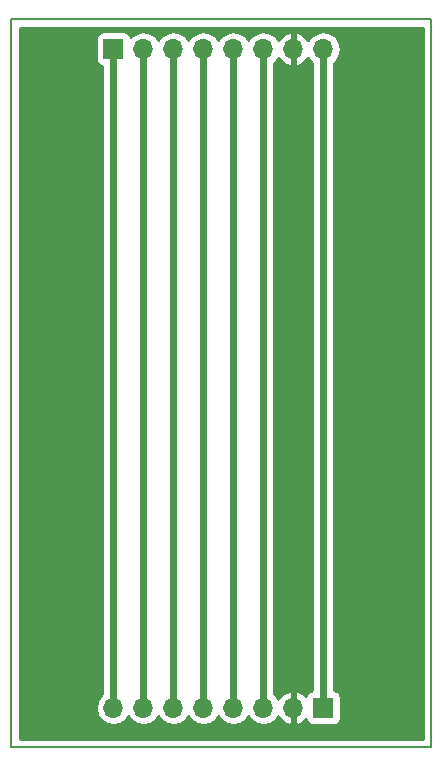
<source format=gbl>
G04 #@! TF.FileFunction,Copper,L2,Bot,Signal*
%FSLAX46Y46*%
G04 Gerber Fmt 4.6, Leading zero omitted, Abs format (unit mm)*
G04 Created by KiCad (PCBNEW 4.0.7) date Wed Nov 28 14:25:24 2018*
%MOMM*%
%LPD*%
G01*
G04 APERTURE LIST*
%ADD10C,0.100000*%
%ADD11C,0.150000*%
%ADD12R,1.700000X1.700000*%
%ADD13O,1.700000X1.700000*%
%ADD14C,0.320000*%
%ADD15C,0.600000*%
%ADD16C,0.254000*%
G04 APERTURE END LIST*
D10*
D11*
X90170000Y-64770000D02*
X90170000Y-126365000D01*
X54610000Y-64770000D02*
X90170000Y-64770000D01*
X54610000Y-126365000D02*
X54610000Y-64770000D01*
X90170000Y-126365000D02*
X54610000Y-126365000D01*
D12*
X81018380Y-123042680D03*
D13*
X78478380Y-123042680D03*
X75938380Y-123042680D03*
X73398380Y-123042680D03*
X70858380Y-123042680D03*
X68318380Y-123042680D03*
X65778380Y-123042680D03*
X63238380Y-123042680D03*
D12*
X63233300Y-67284600D03*
D13*
X65773300Y-67284600D03*
X68313300Y-67284600D03*
X70853300Y-67284600D03*
X73393300Y-67284600D03*
X75933300Y-67284600D03*
X78473300Y-67284600D03*
X81013300Y-67284600D03*
D14*
X81018380Y-123042680D02*
X81018380Y-122942680D01*
D15*
X81013300Y-122937600D02*
X81013300Y-69084600D01*
D14*
X81018380Y-122942680D02*
X81013300Y-122937600D01*
D15*
X81013300Y-69084600D02*
X81013300Y-67284600D01*
X73398380Y-123042680D02*
X73398380Y-67289680D01*
X73398380Y-67289680D02*
X73393300Y-67284600D01*
D14*
X73660000Y-122781060D02*
X73398380Y-123042680D01*
D15*
X75933300Y-67284600D02*
X75933300Y-123037600D01*
X75933300Y-123037600D02*
X75938380Y-123042680D01*
D14*
X76200000Y-67462400D02*
X75938380Y-67724020D01*
X76200000Y-67310000D02*
X76200000Y-67462400D01*
D15*
X68318380Y-123042680D02*
X68318380Y-67289680D01*
X68318380Y-67289680D02*
X68313300Y-67284600D01*
D14*
X68580000Y-122781060D02*
X68318380Y-123042680D01*
D15*
X65773300Y-67284600D02*
X65773300Y-123037600D01*
X65773300Y-123037600D02*
X65778380Y-123042680D01*
D14*
X66040000Y-122781060D02*
X65778380Y-123042680D01*
D15*
X70853300Y-67284600D02*
X70853300Y-123037600D01*
X70853300Y-123037600D02*
X70858380Y-123042680D01*
D14*
X71120000Y-122781060D02*
X70858380Y-123042680D01*
D15*
X63238380Y-69705220D02*
X63233300Y-69700140D01*
X63233300Y-69700140D02*
X63233300Y-67284600D01*
X63238380Y-123042680D02*
X63238380Y-69705220D01*
D16*
G36*
X89468000Y-125663000D02*
X55312000Y-125663000D01*
X55312000Y-66434600D01*
X61744017Y-66434600D01*
X61744017Y-68134600D01*
X61787737Y-68366952D01*
X61925057Y-68580353D01*
X62134583Y-68723517D01*
X62306300Y-68758290D01*
X62306300Y-69700140D01*
X62311380Y-69725679D01*
X62311380Y-121890905D01*
X62193983Y-121969347D01*
X61873810Y-122448521D01*
X61761380Y-123013744D01*
X61761380Y-123071616D01*
X61873810Y-123636839D01*
X62193983Y-124116013D01*
X62673157Y-124436186D01*
X63238380Y-124548616D01*
X63803603Y-124436186D01*
X64282777Y-124116013D01*
X64508380Y-123778373D01*
X64733983Y-124116013D01*
X65213157Y-124436186D01*
X65778380Y-124548616D01*
X66343603Y-124436186D01*
X66822777Y-124116013D01*
X67048380Y-123778373D01*
X67273983Y-124116013D01*
X67753157Y-124436186D01*
X68318380Y-124548616D01*
X68883603Y-124436186D01*
X69362777Y-124116013D01*
X69588380Y-123778373D01*
X69813983Y-124116013D01*
X70293157Y-124436186D01*
X70858380Y-124548616D01*
X71423603Y-124436186D01*
X71902777Y-124116013D01*
X72128380Y-123778373D01*
X72353983Y-124116013D01*
X72833157Y-124436186D01*
X73398380Y-124548616D01*
X73963603Y-124436186D01*
X74442777Y-124116013D01*
X74668380Y-123778373D01*
X74893983Y-124116013D01*
X75373157Y-124436186D01*
X75938380Y-124548616D01*
X76503603Y-124436186D01*
X76982777Y-124116013D01*
X77212144Y-123772741D01*
X77283197Y-123924038D01*
X77711456Y-124314325D01*
X78121490Y-124484156D01*
X78351380Y-124362835D01*
X78351380Y-123169680D01*
X78331380Y-123169680D01*
X78331380Y-122915680D01*
X78351380Y-122915680D01*
X78351380Y-121722525D01*
X78121490Y-121601204D01*
X77711456Y-121771035D01*
X77283197Y-122161322D01*
X77212144Y-122312619D01*
X76982777Y-121969347D01*
X76860300Y-121887511D01*
X76860300Y-68436375D01*
X76977697Y-68357933D01*
X77207064Y-68014661D01*
X77278117Y-68165958D01*
X77706376Y-68556245D01*
X78116410Y-68726076D01*
X78346300Y-68604755D01*
X78346300Y-67411600D01*
X78326300Y-67411600D01*
X78326300Y-67157600D01*
X78346300Y-67157600D01*
X78346300Y-65964445D01*
X78600300Y-65964445D01*
X78600300Y-67157600D01*
X78620300Y-67157600D01*
X78620300Y-67411600D01*
X78600300Y-67411600D01*
X78600300Y-68604755D01*
X78830190Y-68726076D01*
X79240224Y-68556245D01*
X79668483Y-68165958D01*
X79739536Y-68014661D01*
X79968903Y-68357933D01*
X80086300Y-68436375D01*
X80086300Y-121568841D01*
X79936028Y-121597117D01*
X79722627Y-121734437D01*
X79579463Y-121943963D01*
X79556965Y-122055062D01*
X79245304Y-121771035D01*
X78835270Y-121601204D01*
X78605380Y-121722525D01*
X78605380Y-122915680D01*
X78625380Y-122915680D01*
X78625380Y-123169680D01*
X78605380Y-123169680D01*
X78605380Y-124362835D01*
X78835270Y-124484156D01*
X79245304Y-124314325D01*
X79555280Y-124031833D01*
X79572817Y-124125032D01*
X79710137Y-124338433D01*
X79919663Y-124481597D01*
X80168380Y-124531963D01*
X81868380Y-124531963D01*
X82100732Y-124488243D01*
X82314133Y-124350923D01*
X82457297Y-124141397D01*
X82507663Y-123892680D01*
X82507663Y-122192680D01*
X82463943Y-121960328D01*
X82326623Y-121746927D01*
X82117097Y-121603763D01*
X81940300Y-121567961D01*
X81940300Y-68436375D01*
X82057697Y-68357933D01*
X82377870Y-67878759D01*
X82490300Y-67313536D01*
X82490300Y-67255664D01*
X82377870Y-66690441D01*
X82057697Y-66211267D01*
X81578523Y-65891094D01*
X81013300Y-65778664D01*
X80448077Y-65891094D01*
X79968903Y-66211267D01*
X79739536Y-66554539D01*
X79668483Y-66403242D01*
X79240224Y-66012955D01*
X78830190Y-65843124D01*
X78600300Y-65964445D01*
X78346300Y-65964445D01*
X78116410Y-65843124D01*
X77706376Y-66012955D01*
X77278117Y-66403242D01*
X77207064Y-66554539D01*
X76977697Y-66211267D01*
X76498523Y-65891094D01*
X75933300Y-65778664D01*
X75368077Y-65891094D01*
X74888903Y-66211267D01*
X74663300Y-66548907D01*
X74437697Y-66211267D01*
X73958523Y-65891094D01*
X73393300Y-65778664D01*
X72828077Y-65891094D01*
X72348903Y-66211267D01*
X72123300Y-66548907D01*
X71897697Y-66211267D01*
X71418523Y-65891094D01*
X70853300Y-65778664D01*
X70288077Y-65891094D01*
X69808903Y-66211267D01*
X69583300Y-66548907D01*
X69357697Y-66211267D01*
X68878523Y-65891094D01*
X68313300Y-65778664D01*
X67748077Y-65891094D01*
X67268903Y-66211267D01*
X67043300Y-66548907D01*
X66817697Y-66211267D01*
X66338523Y-65891094D01*
X65773300Y-65778664D01*
X65208077Y-65891094D01*
X64728903Y-66211267D01*
X64691182Y-66267720D01*
X64678863Y-66202248D01*
X64541543Y-65988847D01*
X64332017Y-65845683D01*
X64083300Y-65795317D01*
X62383300Y-65795317D01*
X62150948Y-65839037D01*
X61937547Y-65976357D01*
X61794383Y-66185883D01*
X61744017Y-66434600D01*
X55312000Y-66434600D01*
X55312000Y-65472000D01*
X89468000Y-65472000D01*
X89468000Y-125663000D01*
X89468000Y-125663000D01*
G37*
X89468000Y-125663000D02*
X55312000Y-125663000D01*
X55312000Y-66434600D01*
X61744017Y-66434600D01*
X61744017Y-68134600D01*
X61787737Y-68366952D01*
X61925057Y-68580353D01*
X62134583Y-68723517D01*
X62306300Y-68758290D01*
X62306300Y-69700140D01*
X62311380Y-69725679D01*
X62311380Y-121890905D01*
X62193983Y-121969347D01*
X61873810Y-122448521D01*
X61761380Y-123013744D01*
X61761380Y-123071616D01*
X61873810Y-123636839D01*
X62193983Y-124116013D01*
X62673157Y-124436186D01*
X63238380Y-124548616D01*
X63803603Y-124436186D01*
X64282777Y-124116013D01*
X64508380Y-123778373D01*
X64733983Y-124116013D01*
X65213157Y-124436186D01*
X65778380Y-124548616D01*
X66343603Y-124436186D01*
X66822777Y-124116013D01*
X67048380Y-123778373D01*
X67273983Y-124116013D01*
X67753157Y-124436186D01*
X68318380Y-124548616D01*
X68883603Y-124436186D01*
X69362777Y-124116013D01*
X69588380Y-123778373D01*
X69813983Y-124116013D01*
X70293157Y-124436186D01*
X70858380Y-124548616D01*
X71423603Y-124436186D01*
X71902777Y-124116013D01*
X72128380Y-123778373D01*
X72353983Y-124116013D01*
X72833157Y-124436186D01*
X73398380Y-124548616D01*
X73963603Y-124436186D01*
X74442777Y-124116013D01*
X74668380Y-123778373D01*
X74893983Y-124116013D01*
X75373157Y-124436186D01*
X75938380Y-124548616D01*
X76503603Y-124436186D01*
X76982777Y-124116013D01*
X77212144Y-123772741D01*
X77283197Y-123924038D01*
X77711456Y-124314325D01*
X78121490Y-124484156D01*
X78351380Y-124362835D01*
X78351380Y-123169680D01*
X78331380Y-123169680D01*
X78331380Y-122915680D01*
X78351380Y-122915680D01*
X78351380Y-121722525D01*
X78121490Y-121601204D01*
X77711456Y-121771035D01*
X77283197Y-122161322D01*
X77212144Y-122312619D01*
X76982777Y-121969347D01*
X76860300Y-121887511D01*
X76860300Y-68436375D01*
X76977697Y-68357933D01*
X77207064Y-68014661D01*
X77278117Y-68165958D01*
X77706376Y-68556245D01*
X78116410Y-68726076D01*
X78346300Y-68604755D01*
X78346300Y-67411600D01*
X78326300Y-67411600D01*
X78326300Y-67157600D01*
X78346300Y-67157600D01*
X78346300Y-65964445D01*
X78600300Y-65964445D01*
X78600300Y-67157600D01*
X78620300Y-67157600D01*
X78620300Y-67411600D01*
X78600300Y-67411600D01*
X78600300Y-68604755D01*
X78830190Y-68726076D01*
X79240224Y-68556245D01*
X79668483Y-68165958D01*
X79739536Y-68014661D01*
X79968903Y-68357933D01*
X80086300Y-68436375D01*
X80086300Y-121568841D01*
X79936028Y-121597117D01*
X79722627Y-121734437D01*
X79579463Y-121943963D01*
X79556965Y-122055062D01*
X79245304Y-121771035D01*
X78835270Y-121601204D01*
X78605380Y-121722525D01*
X78605380Y-122915680D01*
X78625380Y-122915680D01*
X78625380Y-123169680D01*
X78605380Y-123169680D01*
X78605380Y-124362835D01*
X78835270Y-124484156D01*
X79245304Y-124314325D01*
X79555280Y-124031833D01*
X79572817Y-124125032D01*
X79710137Y-124338433D01*
X79919663Y-124481597D01*
X80168380Y-124531963D01*
X81868380Y-124531963D01*
X82100732Y-124488243D01*
X82314133Y-124350923D01*
X82457297Y-124141397D01*
X82507663Y-123892680D01*
X82507663Y-122192680D01*
X82463943Y-121960328D01*
X82326623Y-121746927D01*
X82117097Y-121603763D01*
X81940300Y-121567961D01*
X81940300Y-68436375D01*
X82057697Y-68357933D01*
X82377870Y-67878759D01*
X82490300Y-67313536D01*
X82490300Y-67255664D01*
X82377870Y-66690441D01*
X82057697Y-66211267D01*
X81578523Y-65891094D01*
X81013300Y-65778664D01*
X80448077Y-65891094D01*
X79968903Y-66211267D01*
X79739536Y-66554539D01*
X79668483Y-66403242D01*
X79240224Y-66012955D01*
X78830190Y-65843124D01*
X78600300Y-65964445D01*
X78346300Y-65964445D01*
X78116410Y-65843124D01*
X77706376Y-66012955D01*
X77278117Y-66403242D01*
X77207064Y-66554539D01*
X76977697Y-66211267D01*
X76498523Y-65891094D01*
X75933300Y-65778664D01*
X75368077Y-65891094D01*
X74888903Y-66211267D01*
X74663300Y-66548907D01*
X74437697Y-66211267D01*
X73958523Y-65891094D01*
X73393300Y-65778664D01*
X72828077Y-65891094D01*
X72348903Y-66211267D01*
X72123300Y-66548907D01*
X71897697Y-66211267D01*
X71418523Y-65891094D01*
X70853300Y-65778664D01*
X70288077Y-65891094D01*
X69808903Y-66211267D01*
X69583300Y-66548907D01*
X69357697Y-66211267D01*
X68878523Y-65891094D01*
X68313300Y-65778664D01*
X67748077Y-65891094D01*
X67268903Y-66211267D01*
X67043300Y-66548907D01*
X66817697Y-66211267D01*
X66338523Y-65891094D01*
X65773300Y-65778664D01*
X65208077Y-65891094D01*
X64728903Y-66211267D01*
X64691182Y-66267720D01*
X64678863Y-66202248D01*
X64541543Y-65988847D01*
X64332017Y-65845683D01*
X64083300Y-65795317D01*
X62383300Y-65795317D01*
X62150948Y-65839037D01*
X61937547Y-65976357D01*
X61794383Y-66185883D01*
X61744017Y-66434600D01*
X55312000Y-66434600D01*
X55312000Y-65472000D01*
X89468000Y-65472000D01*
X89468000Y-125663000D01*
M02*

</source>
